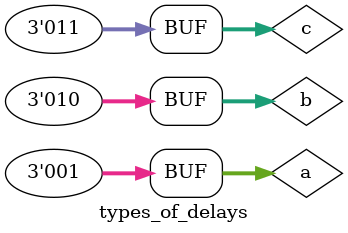
<source format=v>
module types_of_delays;

reg [2:0] a,b,c;

initial

begin 
a=#10 3'b001;
#10 b=3'b010;
#10 c=#10 3'b011;
end

initial
$monitor("a=%0b,b=%0b,c=%0b", a,b,c, $time);

endmodule
</source>
